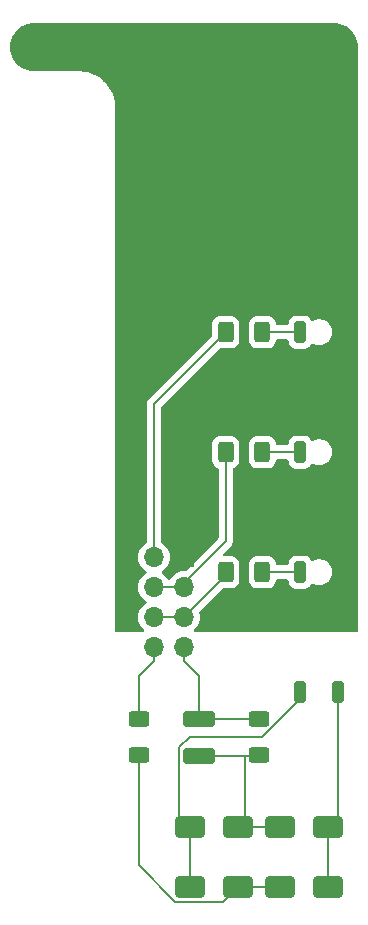
<source format=gbr>
%TF.GenerationSoftware,KiCad,Pcbnew,8.0.3-8.0.3-0~ubuntu22.04.1*%
%TF.CreationDate,2024-08-09T14:07:44+03:00*%
%TF.ProjectId,PM-PS-AC230-front,504d2d50-532d-4414-9332-33302d66726f,rev?*%
%TF.SameCoordinates,Original*%
%TF.FileFunction,Copper,L2,Bot*%
%TF.FilePolarity,Positive*%
%FSLAX46Y46*%
G04 Gerber Fmt 4.6, Leading zero omitted, Abs format (unit mm)*
G04 Created by KiCad (PCBNEW 8.0.3-8.0.3-0~ubuntu22.04.1) date 2024-08-09 14:07:44*
%MOMM*%
%LPD*%
G01*
G04 APERTURE LIST*
G04 Aperture macros list*
%AMRoundRect*
0 Rectangle with rounded corners*
0 $1 Rounding radius*
0 $2 $3 $4 $5 $6 $7 $8 $9 X,Y pos of 4 corners*
0 Add a 4 corners polygon primitive as box body*
4,1,4,$2,$3,$4,$5,$6,$7,$8,$9,$2,$3,0*
0 Add four circle primitives for the rounded corners*
1,1,$1+$1,$2,$3*
1,1,$1+$1,$4,$5*
1,1,$1+$1,$6,$7*
1,1,$1+$1,$8,$9*
0 Add four rect primitives between the rounded corners*
20,1,$1+$1,$2,$3,$4,$5,0*
20,1,$1+$1,$4,$5,$6,$7,0*
20,1,$1+$1,$6,$7,$8,$9,0*
20,1,$1+$1,$8,$9,$2,$3,0*%
G04 Aperture macros list end*
%TA.AperFunction,ComponentPad*%
%ADD10R,1.700000X1.700000*%
%TD*%
%TA.AperFunction,ComponentPad*%
%ADD11O,1.700000X1.700000*%
%TD*%
%TA.AperFunction,SMDPad,CuDef*%
%ADD12RoundRect,0.250000X-0.400000X-0.625000X0.400000X-0.625000X0.400000X0.625000X-0.400000X0.625000X0*%
%TD*%
%TA.AperFunction,SMDPad,CuDef*%
%ADD13RoundRect,0.250000X-0.625000X0.400000X-0.625000X-0.400000X0.625000X-0.400000X0.625000X0.400000X0*%
%TD*%
%TA.AperFunction,SMDPad,CuDef*%
%ADD14RoundRect,0.250000X1.000000X0.650000X-1.000000X0.650000X-1.000000X-0.650000X1.000000X-0.650000X0*%
%TD*%
%TA.AperFunction,SMDPad,CuDef*%
%ADD15RoundRect,0.190000X0.285000X0.710000X-0.285000X0.710000X-0.285000X-0.710000X0.285000X-0.710000X0*%
%TD*%
%TA.AperFunction,SMDPad,CuDef*%
%ADD16RoundRect,0.190000X-0.285000X-0.710000X0.285000X-0.710000X0.285000X0.710000X-0.285000X0.710000X0*%
%TD*%
%TA.AperFunction,SMDPad,CuDef*%
%ADD17RoundRect,0.250000X-1.100000X0.412500X-1.100000X-0.412500X1.100000X-0.412500X1.100000X0.412500X0*%
%TD*%
%TA.AperFunction,Conductor*%
%ADD18C,0.200000*%
%TD*%
G04 APERTURE END LIST*
D10*
%TO.P,J1,1,Pin_1*%
%TO.N,GND*%
X66040000Y-96520000D03*
D11*
%TO.P,J1,2,Pin_2*%
%TO.N,+24V*%
X63500000Y-96520000D03*
%TO.P,J1,3,Pin_3*%
%TO.N,+5V*%
X66040000Y-99060000D03*
%TO.P,J1,4,Pin_4*%
X63500000Y-99060000D03*
%TO.P,J1,5,Pin_5*%
%TO.N,+3.3V*%
X66040000Y-101600000D03*
%TO.P,J1,6,Pin_6*%
X63500000Y-101600000D03*
%TO.P,J1,7,Pin_7*%
%TO.N,230V*%
X66040000Y-104140000D03*
%TO.P,J1,8,Pin_8*%
%TO.N,N*%
X63500000Y-104140000D03*
%TD*%
D12*
%TO.P,R4,1*%
%TO.N,+5V*%
X69570000Y-87630000D03*
%TO.P,R4,2*%
%TO.N,Net-(D7-A)*%
X72670000Y-87630000D03*
%TD*%
D13*
%TO.P,R1,1*%
%TO.N,230V*%
X72390000Y-110210000D03*
%TO.P,R1,2*%
%TO.N,Net-(D1-K)*%
X72390000Y-113310000D03*
%TD*%
D14*
%TO.P,D1,1,K*%
%TO.N,Net-(D1-K)*%
X70580000Y-119380000D03*
%TO.P,D1,2,A*%
%TO.N,Net-(D1-A)*%
X66580000Y-119380000D03*
%TD*%
D15*
%TO.P,D5,1,K*%
%TO.N,GND*%
X79070000Y-97790000D03*
%TO.P,D5,2,A*%
%TO.N,Net-(D5-A)*%
X75870000Y-97790000D03*
%TD*%
%TO.P,D7,1,K*%
%TO.N,GND*%
X79070000Y-87630000D03*
%TO.P,D7,2,A*%
%TO.N,Net-(D7-A)*%
X75870000Y-87630000D03*
%TD*%
D14*
%TO.P,D3,1,K*%
%TO.N,Net-(D3-K)*%
X70580000Y-124460000D03*
%TO.P,D3,2,A*%
%TO.N,Net-(D1-A)*%
X66580000Y-124460000D03*
%TD*%
D12*
%TO.P,R5,1*%
%TO.N,+3.3V*%
X69570000Y-97790000D03*
%TO.P,R5,2*%
%TO.N,Net-(D5-A)*%
X72670000Y-97790000D03*
%TD*%
D14*
%TO.P,D4,1,K*%
%TO.N,Net-(D2-K)*%
X78200000Y-124460000D03*
%TO.P,D4,2,A*%
%TO.N,Net-(D3-K)*%
X74200000Y-124460000D03*
%TD*%
D13*
%TO.P,R2,1*%
%TO.N,N*%
X62230000Y-110210000D03*
%TO.P,R2,2*%
%TO.N,Net-(D3-K)*%
X62230000Y-113310000D03*
%TD*%
D16*
%TO.P,D8,1,K*%
%TO.N,Net-(D1-A)*%
X75870000Y-107950000D03*
%TO.P,D8,2,A*%
%TO.N,Net-(D2-K)*%
X79070000Y-107950000D03*
%TD*%
D12*
%TO.P,R3,1*%
%TO.N,+24V*%
X69570000Y-77470000D03*
%TO.P,R3,2*%
%TO.N,Net-(D6-A)*%
X72670000Y-77470000D03*
%TD*%
D14*
%TO.P,D2,1,K*%
%TO.N,Net-(D2-K)*%
X78200000Y-119380000D03*
%TO.P,D2,2,A*%
%TO.N,Net-(D1-K)*%
X74200000Y-119380000D03*
%TD*%
D17*
%TO.P,C1,1*%
%TO.N,230V*%
X67310000Y-110197500D03*
%TO.P,C1,2*%
%TO.N,Net-(D1-K)*%
X67310000Y-113322500D03*
%TD*%
D15*
%TO.P,D6,1,K*%
%TO.N,GND*%
X79070000Y-77470000D03*
%TO.P,D6,2,A*%
%TO.N,Net-(D6-A)*%
X75870000Y-77470000D03*
%TD*%
D18*
%TO.N,+3.3V*%
X69570000Y-98070000D02*
X69570000Y-97790000D01*
X66040000Y-101600000D02*
X69570000Y-98070000D01*
X63500000Y-101600000D02*
X66040000Y-101600000D01*
%TO.N,N*%
X63500000Y-105291700D02*
X62230000Y-106561700D01*
X63500000Y-104140000D02*
X63500000Y-105291700D01*
X62230000Y-106561700D02*
X62230000Y-110210000D01*
%TO.N,+5V*%
X66040000Y-99060000D02*
X66040000Y-98700100D01*
X69570000Y-95170100D02*
X69570000Y-87630000D01*
X66040000Y-98700100D02*
X69570000Y-95170100D01*
X63500000Y-99060000D02*
X66040000Y-99060000D01*
%TO.N,230V*%
X66040000Y-105291700D02*
X67310000Y-106561700D01*
X67310000Y-110197500D02*
X72377500Y-110197500D01*
X67310000Y-106561700D02*
X67310000Y-110197500D01*
X66040000Y-104140000D02*
X66040000Y-105291700D01*
X72377500Y-110197500D02*
X72390000Y-110210000D01*
%TO.N,+24V*%
X63500000Y-83540000D02*
X69570000Y-77470000D01*
X63500000Y-96520000D02*
X63500000Y-83540000D01*
%TO.N,Net-(D1-K)*%
X74200000Y-119380000D02*
X71163400Y-119380000D01*
X71163400Y-119380000D02*
X70580000Y-119380000D01*
X71163400Y-119380000D02*
X71163400Y-113322500D01*
X72377500Y-113322500D02*
X72390000Y-113310000D01*
X67310000Y-113322500D02*
X71163400Y-113322500D01*
X71163400Y-113322500D02*
X72377500Y-113322500D01*
%TO.N,Net-(D1-A)*%
X66580000Y-124460000D02*
X66580000Y-119380000D01*
X75870000Y-107950000D02*
X75870000Y-108549900D01*
X75870000Y-108549900D02*
X72659900Y-111760000D01*
X65654300Y-112620300D02*
X65654300Y-118454300D01*
X65654300Y-118454300D02*
X66580000Y-119380000D01*
X72659900Y-111760000D02*
X66514600Y-111760000D01*
X66514600Y-111760000D02*
X65654300Y-112620300D01*
%TO.N,Net-(D2-K)*%
X79070000Y-107950000D02*
X79070000Y-118510000D01*
X78200000Y-119380000D02*
X78200000Y-124460000D01*
X79070000Y-118510000D02*
X78200000Y-119380000D01*
%TO.N,Net-(D3-K)*%
X65302200Y-125696000D02*
X62230000Y-122623800D01*
X69344000Y-125696000D02*
X65302200Y-125696000D01*
X62230000Y-122623800D02*
X62230000Y-113310000D01*
X74200000Y-124460000D02*
X70580000Y-124460000D01*
X70580000Y-124460000D02*
X69344000Y-125696000D01*
%TO.N,Net-(D6-A)*%
X75870000Y-77470000D02*
X72670000Y-77470000D01*
%TO.N,Net-(D7-A)*%
X75870000Y-87630000D02*
X72670000Y-87630000D01*
%TO.N,Net-(D5-A)*%
X75870000Y-97790000D02*
X72670000Y-97790000D01*
%TD*%
%TA.AperFunction,Conductor*%
%TO.N,GND*%
G36*
X78744042Y-51300765D02*
G01*
X78766774Y-51302254D01*
X78998114Y-51317417D01*
X79014172Y-51319532D01*
X79259888Y-51368408D01*
X79275554Y-51372606D01*
X79426736Y-51423925D01*
X79512788Y-51453136D01*
X79527765Y-51459339D01*
X79745336Y-51566633D01*
X79752460Y-51570146D01*
X79766508Y-51578256D01*
X79974815Y-51717443D01*
X79987679Y-51727314D01*
X80176033Y-51892497D01*
X80187502Y-51903966D01*
X80352685Y-52092320D01*
X80362559Y-52105188D01*
X80501743Y-52313492D01*
X80509853Y-52327539D01*
X80620657Y-52552227D01*
X80626864Y-52567213D01*
X80707393Y-52804445D01*
X80711591Y-52820111D01*
X80760465Y-53065813D01*
X80762583Y-53081895D01*
X80778968Y-53331890D01*
X80779235Y-53335956D01*
X80779500Y-53344066D01*
X80779500Y-102746000D01*
X80759815Y-102813039D01*
X80707011Y-102858794D01*
X80655500Y-102870000D01*
X66974056Y-102870000D01*
X66907017Y-102850315D01*
X66861262Y-102797511D01*
X66851318Y-102728353D01*
X66880343Y-102664797D01*
X66902931Y-102644426D01*
X66904429Y-102643376D01*
X66911401Y-102638495D01*
X67078495Y-102471401D01*
X67214035Y-102277830D01*
X67313903Y-102063663D01*
X67375063Y-101835408D01*
X67395659Y-101600000D01*
X67375063Y-101364592D01*
X67340671Y-101236239D01*
X67342334Y-101166393D01*
X67372763Y-101116470D01*
X69287416Y-99201818D01*
X69348739Y-99168333D01*
X69375097Y-99165499D01*
X70020002Y-99165499D01*
X70020008Y-99165499D01*
X70122797Y-99154999D01*
X70289334Y-99099814D01*
X70438656Y-99007712D01*
X70562712Y-98883656D01*
X70654814Y-98734334D01*
X70709999Y-98567797D01*
X70720500Y-98465009D01*
X70720499Y-97114992D01*
X70720498Y-97114983D01*
X71519500Y-97114983D01*
X71519500Y-98465001D01*
X71519501Y-98465018D01*
X71530000Y-98567796D01*
X71530001Y-98567799D01*
X71567075Y-98679679D01*
X71585186Y-98734334D01*
X71677288Y-98883656D01*
X71801344Y-99007712D01*
X71950666Y-99099814D01*
X72117203Y-99154999D01*
X72219991Y-99165500D01*
X73120008Y-99165499D01*
X73120016Y-99165498D01*
X73120019Y-99165498D01*
X73176302Y-99159748D01*
X73222797Y-99154999D01*
X73389334Y-99099814D01*
X73538656Y-99007712D01*
X73662712Y-98883656D01*
X73754814Y-98734334D01*
X73809999Y-98567797D01*
X73815444Y-98514500D01*
X73816732Y-98501897D01*
X73843129Y-98437205D01*
X73900310Y-98397054D01*
X73940090Y-98390500D01*
X74770501Y-98390500D01*
X74837540Y-98410185D01*
X74883295Y-98462989D01*
X74894501Y-98514500D01*
X74894501Y-98555808D01*
X74900821Y-98625375D01*
X74900823Y-98625383D01*
X74950708Y-98785470D01*
X74950709Y-98785472D01*
X75037454Y-98928967D01*
X75037457Y-98928971D01*
X75156028Y-99047542D01*
X75156032Y-99047545D01*
X75242497Y-99099814D01*
X75299529Y-99134291D01*
X75459620Y-99184177D01*
X75529199Y-99190500D01*
X76210800Y-99190499D01*
X76210808Y-99190499D01*
X76280376Y-99184178D01*
X76280383Y-99184176D01*
X76316377Y-99172960D01*
X76440471Y-99134291D01*
X76583972Y-99047542D01*
X76702542Y-98928972D01*
X76779170Y-98802212D01*
X76830697Y-98755025D01*
X76899556Y-98743186D01*
X76941579Y-98755876D01*
X77047555Y-98809873D01*
X77212299Y-98863402D01*
X77383389Y-98890500D01*
X77383390Y-98890500D01*
X77556610Y-98890500D01*
X77556611Y-98890500D01*
X77727701Y-98863402D01*
X77892445Y-98809873D01*
X78046788Y-98731232D01*
X78186928Y-98629414D01*
X78309414Y-98506928D01*
X78411232Y-98366788D01*
X78489873Y-98212445D01*
X78543402Y-98047701D01*
X78570500Y-97876611D01*
X78570500Y-97703389D01*
X78543402Y-97532299D01*
X78489873Y-97367555D01*
X78411232Y-97213212D01*
X78309414Y-97073072D01*
X78186928Y-96950586D01*
X78046788Y-96848768D01*
X77892445Y-96770127D01*
X77727701Y-96716598D01*
X77727699Y-96716597D01*
X77727698Y-96716597D01*
X77596271Y-96695781D01*
X77556611Y-96689500D01*
X77383389Y-96689500D01*
X77343728Y-96695781D01*
X77212302Y-96716597D01*
X77212299Y-96716598D01*
X77092871Y-96755403D01*
X77047549Y-96770129D01*
X76941581Y-96824122D01*
X76872912Y-96837018D01*
X76808172Y-96810741D01*
X76779170Y-96777786D01*
X76702546Y-96651033D01*
X76702542Y-96651028D01*
X76583971Y-96532457D01*
X76583967Y-96532454D01*
X76440473Y-96445710D01*
X76440472Y-96445709D01*
X76440471Y-96445709D01*
X76280380Y-96395823D01*
X76280378Y-96395822D01*
X76280376Y-96395822D01*
X76231662Y-96391395D01*
X76210801Y-96389500D01*
X76210798Y-96389500D01*
X75529191Y-96389500D01*
X75459623Y-96395821D01*
X75459616Y-96395823D01*
X75299529Y-96445708D01*
X75299527Y-96445709D01*
X75156032Y-96532454D01*
X75156028Y-96532457D01*
X75037457Y-96651028D01*
X75037454Y-96651032D01*
X74950710Y-96794526D01*
X74900822Y-96954623D01*
X74894500Y-97024201D01*
X74894500Y-97065500D01*
X74874815Y-97132539D01*
X74822011Y-97178294D01*
X74770500Y-97189500D01*
X73940089Y-97189500D01*
X73873050Y-97169815D01*
X73827295Y-97117011D01*
X73816731Y-97078102D01*
X73814839Y-97059591D01*
X73809999Y-97012203D01*
X73754814Y-96845666D01*
X73662712Y-96696344D01*
X73538656Y-96572288D01*
X73389334Y-96480186D01*
X73222797Y-96425001D01*
X73222795Y-96425000D01*
X73120010Y-96414500D01*
X72219998Y-96414500D01*
X72219980Y-96414501D01*
X72117203Y-96425000D01*
X72117200Y-96425001D01*
X71950668Y-96480185D01*
X71950663Y-96480187D01*
X71801342Y-96572289D01*
X71677289Y-96696342D01*
X71585187Y-96845663D01*
X71585186Y-96845666D01*
X71530001Y-97012203D01*
X71530001Y-97012204D01*
X71530000Y-97012204D01*
X71519500Y-97114983D01*
X70720498Y-97114983D01*
X70709999Y-97012203D01*
X70654814Y-96845666D01*
X70562712Y-96696344D01*
X70438656Y-96572288D01*
X70289334Y-96480186D01*
X70122797Y-96425001D01*
X70122795Y-96425000D01*
X70020016Y-96414500D01*
X70020009Y-96414500D01*
X69474196Y-96414500D01*
X69407157Y-96394815D01*
X69361402Y-96342011D01*
X69351458Y-96272853D01*
X69380483Y-96209297D01*
X69386515Y-96202819D01*
X69532999Y-96056335D01*
X69938713Y-95650621D01*
X69938716Y-95650620D01*
X70050520Y-95538816D01*
X70100639Y-95452004D01*
X70129577Y-95401885D01*
X70170501Y-95249157D01*
X70170501Y-95091043D01*
X70170501Y-95083448D01*
X70170500Y-95083430D01*
X70170500Y-89068732D01*
X70190185Y-89001693D01*
X70242989Y-88955938D01*
X70255495Y-88951026D01*
X70289334Y-88939814D01*
X70438656Y-88847712D01*
X70562712Y-88723656D01*
X70654814Y-88574334D01*
X70709999Y-88407797D01*
X70720500Y-88305009D01*
X70720499Y-86954992D01*
X70720498Y-86954983D01*
X71519500Y-86954983D01*
X71519500Y-88305001D01*
X71519501Y-88305018D01*
X71530000Y-88407796D01*
X71530001Y-88407799D01*
X71567075Y-88519679D01*
X71585186Y-88574334D01*
X71677288Y-88723656D01*
X71801344Y-88847712D01*
X71950666Y-88939814D01*
X72117203Y-88994999D01*
X72219991Y-89005500D01*
X73120008Y-89005499D01*
X73120016Y-89005498D01*
X73120019Y-89005498D01*
X73176302Y-88999748D01*
X73222797Y-88994999D01*
X73389334Y-88939814D01*
X73538656Y-88847712D01*
X73662712Y-88723656D01*
X73754814Y-88574334D01*
X73809999Y-88407797D01*
X73815444Y-88354500D01*
X73816732Y-88341897D01*
X73843129Y-88277205D01*
X73900310Y-88237054D01*
X73940090Y-88230500D01*
X74770501Y-88230500D01*
X74837540Y-88250185D01*
X74883295Y-88302989D01*
X74894501Y-88354500D01*
X74894501Y-88395808D01*
X74900821Y-88465375D01*
X74900823Y-88465383D01*
X74950708Y-88625470D01*
X74950709Y-88625472D01*
X75037454Y-88768967D01*
X75037457Y-88768971D01*
X75156028Y-88887542D01*
X75156032Y-88887545D01*
X75242497Y-88939814D01*
X75299529Y-88974291D01*
X75459620Y-89024177D01*
X75529199Y-89030500D01*
X76210800Y-89030499D01*
X76210808Y-89030499D01*
X76280376Y-89024178D01*
X76280383Y-89024176D01*
X76374019Y-88994998D01*
X76440471Y-88974291D01*
X76583972Y-88887542D01*
X76702542Y-88768972D01*
X76779170Y-88642212D01*
X76830697Y-88595025D01*
X76899556Y-88583186D01*
X76941579Y-88595876D01*
X77047555Y-88649873D01*
X77212299Y-88703402D01*
X77383389Y-88730500D01*
X77383390Y-88730500D01*
X77556610Y-88730500D01*
X77556611Y-88730500D01*
X77727701Y-88703402D01*
X77892445Y-88649873D01*
X78046788Y-88571232D01*
X78186928Y-88469414D01*
X78309414Y-88346928D01*
X78411232Y-88206788D01*
X78489873Y-88052445D01*
X78543402Y-87887701D01*
X78570500Y-87716611D01*
X78570500Y-87543389D01*
X78543402Y-87372299D01*
X78489873Y-87207555D01*
X78411232Y-87053212D01*
X78309414Y-86913072D01*
X78186928Y-86790586D01*
X78046788Y-86688768D01*
X77892445Y-86610127D01*
X77727701Y-86556598D01*
X77727699Y-86556597D01*
X77727698Y-86556597D01*
X77596271Y-86535781D01*
X77556611Y-86529500D01*
X77383389Y-86529500D01*
X77343728Y-86535781D01*
X77212302Y-86556597D01*
X77047549Y-86610129D01*
X76941581Y-86664122D01*
X76872912Y-86677018D01*
X76808172Y-86650741D01*
X76779170Y-86617786D01*
X76702546Y-86491033D01*
X76702542Y-86491028D01*
X76583971Y-86372457D01*
X76583967Y-86372454D01*
X76440473Y-86285710D01*
X76440472Y-86285709D01*
X76440471Y-86285709D01*
X76280380Y-86235823D01*
X76280378Y-86235822D01*
X76280376Y-86235822D01*
X76231662Y-86231395D01*
X76210801Y-86229500D01*
X76210798Y-86229500D01*
X75529191Y-86229500D01*
X75459623Y-86235821D01*
X75459616Y-86235823D01*
X75299529Y-86285708D01*
X75299527Y-86285709D01*
X75156032Y-86372454D01*
X75156028Y-86372457D01*
X75037457Y-86491028D01*
X75037454Y-86491032D01*
X74950710Y-86634526D01*
X74900822Y-86794623D01*
X74894500Y-86864201D01*
X74894500Y-86905500D01*
X74874815Y-86972539D01*
X74822011Y-87018294D01*
X74770500Y-87029500D01*
X73940089Y-87029500D01*
X73873050Y-87009815D01*
X73827295Y-86957011D01*
X73816731Y-86918102D01*
X73814839Y-86899591D01*
X73809999Y-86852203D01*
X73754814Y-86685666D01*
X73662712Y-86536344D01*
X73538656Y-86412288D01*
X73389334Y-86320186D01*
X73222797Y-86265001D01*
X73222795Y-86265000D01*
X73120010Y-86254500D01*
X72219998Y-86254500D01*
X72219980Y-86254501D01*
X72117203Y-86265000D01*
X72117200Y-86265001D01*
X71950668Y-86320185D01*
X71950663Y-86320187D01*
X71801342Y-86412289D01*
X71677289Y-86536342D01*
X71585187Y-86685663D01*
X71585186Y-86685666D01*
X71530001Y-86852203D01*
X71530001Y-86852204D01*
X71530000Y-86852204D01*
X71519500Y-86954983D01*
X70720498Y-86954983D01*
X70709999Y-86852203D01*
X70654814Y-86685666D01*
X70562712Y-86536344D01*
X70438656Y-86412288D01*
X70289334Y-86320186D01*
X70122797Y-86265001D01*
X70122795Y-86265000D01*
X70020010Y-86254500D01*
X69119998Y-86254500D01*
X69119980Y-86254501D01*
X69017203Y-86265000D01*
X69017200Y-86265001D01*
X68850668Y-86320185D01*
X68850663Y-86320187D01*
X68701342Y-86412289D01*
X68577289Y-86536342D01*
X68485187Y-86685663D01*
X68485186Y-86685666D01*
X68430001Y-86852203D01*
X68430001Y-86852204D01*
X68430000Y-86852204D01*
X68419500Y-86954983D01*
X68419500Y-88305001D01*
X68419501Y-88305018D01*
X68430000Y-88407796D01*
X68430001Y-88407799D01*
X68467075Y-88519679D01*
X68485186Y-88574334D01*
X68577288Y-88723656D01*
X68701344Y-88847712D01*
X68850666Y-88939814D01*
X68884500Y-88951025D01*
X68941947Y-88990796D01*
X68968772Y-89055311D01*
X68969500Y-89068732D01*
X68969500Y-94870002D01*
X68949815Y-94937041D01*
X68933181Y-94957683D01*
X66215621Y-97675242D01*
X66154298Y-97708727D01*
X66117133Y-97711089D01*
X66040002Y-97704341D01*
X66039999Y-97704341D01*
X65804596Y-97724936D01*
X65804586Y-97724938D01*
X65576344Y-97786094D01*
X65576335Y-97786098D01*
X65362171Y-97885964D01*
X65362169Y-97885965D01*
X65168597Y-98021505D01*
X65001506Y-98188596D01*
X64871575Y-98374159D01*
X64816998Y-98417784D01*
X64747500Y-98424978D01*
X64685145Y-98393455D01*
X64668425Y-98374159D01*
X64538494Y-98188597D01*
X64371402Y-98021506D01*
X64371396Y-98021501D01*
X64185842Y-97891575D01*
X64142217Y-97836998D01*
X64135023Y-97767500D01*
X64166546Y-97705145D01*
X64185842Y-97688425D01*
X64208026Y-97672891D01*
X64371401Y-97558495D01*
X64538495Y-97391401D01*
X64674035Y-97197830D01*
X64773903Y-96983663D01*
X64835063Y-96755408D01*
X64855659Y-96520000D01*
X64835063Y-96284592D01*
X64773903Y-96056337D01*
X64674035Y-95842171D01*
X64547057Y-95660826D01*
X64538494Y-95648597D01*
X64371402Y-95481506D01*
X64371395Y-95481501D01*
X64177831Y-95345965D01*
X64177826Y-95345962D01*
X64172091Y-95343288D01*
X64119653Y-95297113D01*
X64100500Y-95230908D01*
X64100500Y-83840096D01*
X64120185Y-83773057D01*
X64136814Y-83752420D01*
X69009138Y-78880095D01*
X69070459Y-78846612D01*
X69109421Y-78844420D01*
X69119991Y-78845500D01*
X70020008Y-78845499D01*
X70020016Y-78845498D01*
X70020019Y-78845498D01*
X70076302Y-78839748D01*
X70122797Y-78834999D01*
X70289334Y-78779814D01*
X70438656Y-78687712D01*
X70562712Y-78563656D01*
X70654814Y-78414334D01*
X70709999Y-78247797D01*
X70720500Y-78145009D01*
X70720499Y-76794992D01*
X70720498Y-76794983D01*
X71519500Y-76794983D01*
X71519500Y-78145001D01*
X71519501Y-78145018D01*
X71530000Y-78247796D01*
X71530001Y-78247799D01*
X71567075Y-78359679D01*
X71585186Y-78414334D01*
X71677288Y-78563656D01*
X71801344Y-78687712D01*
X71950666Y-78779814D01*
X72117203Y-78834999D01*
X72219991Y-78845500D01*
X73120008Y-78845499D01*
X73120016Y-78845498D01*
X73120019Y-78845498D01*
X73176302Y-78839748D01*
X73222797Y-78834999D01*
X73389334Y-78779814D01*
X73538656Y-78687712D01*
X73662712Y-78563656D01*
X73754814Y-78414334D01*
X73809999Y-78247797D01*
X73815444Y-78194500D01*
X73816732Y-78181897D01*
X73843129Y-78117205D01*
X73900310Y-78077054D01*
X73940090Y-78070500D01*
X74770501Y-78070500D01*
X74837540Y-78090185D01*
X74883295Y-78142989D01*
X74894501Y-78194500D01*
X74894501Y-78235808D01*
X74900821Y-78305375D01*
X74900823Y-78305383D01*
X74950708Y-78465470D01*
X74950709Y-78465472D01*
X75037454Y-78608967D01*
X75037457Y-78608971D01*
X75156028Y-78727542D01*
X75156032Y-78727545D01*
X75242497Y-78779814D01*
X75299529Y-78814291D01*
X75459620Y-78864177D01*
X75529199Y-78870500D01*
X76210800Y-78870499D01*
X76210808Y-78870499D01*
X76280376Y-78864178D01*
X76280383Y-78864176D01*
X76340323Y-78845498D01*
X76440471Y-78814291D01*
X76583972Y-78727542D01*
X76702542Y-78608972D01*
X76779170Y-78482212D01*
X76830697Y-78435025D01*
X76899556Y-78423186D01*
X76941579Y-78435876D01*
X77047555Y-78489873D01*
X77212299Y-78543402D01*
X77383389Y-78570500D01*
X77383390Y-78570500D01*
X77556610Y-78570500D01*
X77556611Y-78570500D01*
X77727701Y-78543402D01*
X77892445Y-78489873D01*
X78046788Y-78411232D01*
X78186928Y-78309414D01*
X78309414Y-78186928D01*
X78411232Y-78046788D01*
X78489873Y-77892445D01*
X78543402Y-77727701D01*
X78570500Y-77556611D01*
X78570500Y-77383389D01*
X78543402Y-77212299D01*
X78489873Y-77047555D01*
X78411232Y-76893212D01*
X78309414Y-76753072D01*
X78186928Y-76630586D01*
X78046788Y-76528768D01*
X77892445Y-76450127D01*
X77727701Y-76396598D01*
X77727699Y-76396597D01*
X77727698Y-76396597D01*
X77596271Y-76375781D01*
X77556611Y-76369500D01*
X77383389Y-76369500D01*
X77343728Y-76375781D01*
X77212302Y-76396597D01*
X77047549Y-76450129D01*
X76941581Y-76504122D01*
X76872912Y-76517018D01*
X76808172Y-76490741D01*
X76779170Y-76457786D01*
X76702546Y-76331033D01*
X76702542Y-76331028D01*
X76583971Y-76212457D01*
X76583967Y-76212454D01*
X76440473Y-76125710D01*
X76440472Y-76125709D01*
X76440471Y-76125709D01*
X76280380Y-76075823D01*
X76280378Y-76075822D01*
X76280376Y-76075822D01*
X76231662Y-76071395D01*
X76210801Y-76069500D01*
X76210798Y-76069500D01*
X75529191Y-76069500D01*
X75459623Y-76075821D01*
X75459616Y-76075823D01*
X75299529Y-76125708D01*
X75299527Y-76125709D01*
X75156032Y-76212454D01*
X75156028Y-76212457D01*
X75037457Y-76331028D01*
X75037454Y-76331032D01*
X74950710Y-76474526D01*
X74900822Y-76634623D01*
X74894500Y-76704201D01*
X74894500Y-76745500D01*
X74874815Y-76812539D01*
X74822011Y-76858294D01*
X74770500Y-76869500D01*
X73940089Y-76869500D01*
X73873050Y-76849815D01*
X73827295Y-76797011D01*
X73816731Y-76758102D01*
X73814839Y-76739591D01*
X73809999Y-76692203D01*
X73754814Y-76525666D01*
X73662712Y-76376344D01*
X73538656Y-76252288D01*
X73389334Y-76160186D01*
X73222797Y-76105001D01*
X73222795Y-76105000D01*
X73120010Y-76094500D01*
X72219998Y-76094500D01*
X72219980Y-76094501D01*
X72117203Y-76105000D01*
X72117200Y-76105001D01*
X71950668Y-76160185D01*
X71950663Y-76160187D01*
X71801342Y-76252289D01*
X71677289Y-76376342D01*
X71585187Y-76525663D01*
X71585186Y-76525666D01*
X71530001Y-76692203D01*
X71530001Y-76692204D01*
X71530000Y-76692204D01*
X71519500Y-76794983D01*
X70720498Y-76794983D01*
X70709999Y-76692203D01*
X70654814Y-76525666D01*
X70562712Y-76376344D01*
X70438656Y-76252288D01*
X70289334Y-76160186D01*
X70122797Y-76105001D01*
X70122795Y-76105000D01*
X70020010Y-76094500D01*
X69119998Y-76094500D01*
X69119980Y-76094501D01*
X69017203Y-76105000D01*
X69017200Y-76105001D01*
X68850668Y-76160185D01*
X68850663Y-76160187D01*
X68701342Y-76252289D01*
X68577289Y-76376342D01*
X68485187Y-76525663D01*
X68485186Y-76525666D01*
X68430001Y-76692203D01*
X68430001Y-76692204D01*
X68430000Y-76692204D01*
X68419500Y-76794983D01*
X68419500Y-77719902D01*
X68399815Y-77786941D01*
X68383181Y-77807583D01*
X63019481Y-83171282D01*
X63019479Y-83171285D01*
X62969361Y-83258094D01*
X62969359Y-83258096D01*
X62940425Y-83308209D01*
X62940424Y-83308210D01*
X62940423Y-83308215D01*
X62899499Y-83460943D01*
X62899499Y-83460945D01*
X62899499Y-83629046D01*
X62899500Y-83629059D01*
X62899500Y-95230908D01*
X62879815Y-95297947D01*
X62827914Y-95343286D01*
X62822173Y-95345963D01*
X62822169Y-95345965D01*
X62628597Y-95481505D01*
X62461505Y-95648597D01*
X62325965Y-95842169D01*
X62325964Y-95842171D01*
X62226098Y-96056335D01*
X62226094Y-96056344D01*
X62164938Y-96284586D01*
X62164936Y-96284596D01*
X62144341Y-96519999D01*
X62144341Y-96520000D01*
X62164936Y-96755403D01*
X62164938Y-96755413D01*
X62226094Y-96983655D01*
X62226096Y-96983659D01*
X62226097Y-96983663D01*
X62295519Y-97132539D01*
X62325965Y-97197830D01*
X62325967Y-97197834D01*
X62461501Y-97391395D01*
X62461506Y-97391402D01*
X62628597Y-97558493D01*
X62628603Y-97558498D01*
X62814158Y-97688425D01*
X62857783Y-97743002D01*
X62864977Y-97812500D01*
X62833454Y-97874855D01*
X62814158Y-97891575D01*
X62628597Y-98021505D01*
X62461505Y-98188597D01*
X62325965Y-98382169D01*
X62325964Y-98382171D01*
X62226098Y-98596335D01*
X62226094Y-98596344D01*
X62164938Y-98824586D01*
X62164936Y-98824596D01*
X62144341Y-99059999D01*
X62144341Y-99060000D01*
X62164936Y-99295403D01*
X62164938Y-99295413D01*
X62226094Y-99523655D01*
X62226096Y-99523659D01*
X62226097Y-99523663D01*
X62306004Y-99695023D01*
X62325965Y-99737830D01*
X62325967Y-99737834D01*
X62434281Y-99892521D01*
X62461501Y-99931396D01*
X62461506Y-99931402D01*
X62628597Y-100098493D01*
X62628603Y-100098498D01*
X62814158Y-100228425D01*
X62857783Y-100283002D01*
X62864977Y-100352500D01*
X62833454Y-100414855D01*
X62814158Y-100431575D01*
X62628597Y-100561505D01*
X62461505Y-100728597D01*
X62325965Y-100922169D01*
X62325964Y-100922171D01*
X62226098Y-101136335D01*
X62226094Y-101136344D01*
X62164938Y-101364586D01*
X62164936Y-101364596D01*
X62144341Y-101599999D01*
X62144341Y-101600000D01*
X62164936Y-101835403D01*
X62164938Y-101835413D01*
X62226094Y-102063655D01*
X62226096Y-102063659D01*
X62226097Y-102063663D01*
X62306004Y-102235023D01*
X62325965Y-102277830D01*
X62325967Y-102277834D01*
X62434281Y-102432521D01*
X62461505Y-102471401D01*
X62628599Y-102638495D01*
X62633923Y-102642223D01*
X62637069Y-102644426D01*
X62680693Y-102699003D01*
X62687885Y-102768502D01*
X62656362Y-102830856D01*
X62596132Y-102866269D01*
X62565944Y-102870000D01*
X60314500Y-102870000D01*
X60247461Y-102850315D01*
X60201706Y-102797511D01*
X60190500Y-102746000D01*
X60190500Y-58260657D01*
X60179268Y-58153792D01*
X60157188Y-57943708D01*
X60090928Y-57631981D01*
X59992447Y-57328887D01*
X59862824Y-57037747D01*
X59703479Y-56761753D01*
X59703479Y-56761752D01*
X59516148Y-56503916D01*
X59404275Y-56379670D01*
X59302909Y-56267091D01*
X59201541Y-56175819D01*
X59066083Y-56053851D01*
X59064669Y-56052824D01*
X58845350Y-55893478D01*
X58808246Y-55866520D01*
X58532262Y-55707181D01*
X58532257Y-55707178D01*
X58532253Y-55707176D01*
X58241113Y-55577553D01*
X58241108Y-55577551D01*
X58241105Y-55577550D01*
X58067710Y-55521211D01*
X57938019Y-55479072D01*
X57938016Y-55479071D01*
X57938015Y-55479071D01*
X57938014Y-55479070D01*
X57669245Y-55421942D01*
X57626295Y-55412812D01*
X57490458Y-55398535D01*
X57309346Y-55379500D01*
X57309342Y-55379500D01*
X53344067Y-55379500D01*
X53335957Y-55379235D01*
X53081895Y-55362583D01*
X53065814Y-55360465D01*
X53030770Y-55353494D01*
X52820111Y-55311591D01*
X52804445Y-55307393D01*
X52567213Y-55226864D01*
X52552227Y-55220657D01*
X52327539Y-55109853D01*
X52313492Y-55101743D01*
X52105188Y-54962559D01*
X52092320Y-54952685D01*
X51903966Y-54787502D01*
X51892497Y-54776033D01*
X51727314Y-54587679D01*
X51717440Y-54574811D01*
X51578256Y-54366507D01*
X51570146Y-54352460D01*
X51459464Y-54128019D01*
X51459339Y-54127765D01*
X51453135Y-54112786D01*
X51372606Y-53875554D01*
X51368408Y-53859888D01*
X51359736Y-53816292D01*
X51319532Y-53614172D01*
X51317417Y-53598116D01*
X51301031Y-53348101D01*
X51301031Y-53331898D01*
X51317417Y-53081881D01*
X51319531Y-53065829D01*
X51368409Y-52820107D01*
X51372606Y-52804445D01*
X51396197Y-52734945D01*
X51453138Y-52567205D01*
X51459336Y-52552239D01*
X51570149Y-52327533D01*
X51578252Y-52313498D01*
X51717448Y-52105176D01*
X51727305Y-52092331D01*
X51892502Y-51903960D01*
X51903960Y-51892502D01*
X52092331Y-51727305D01*
X52105176Y-51717448D01*
X52313498Y-51578252D01*
X52327533Y-51570149D01*
X52552239Y-51459336D01*
X52567205Y-51453138D01*
X52734945Y-51396197D01*
X52804445Y-51372606D01*
X52820107Y-51368409D01*
X53065829Y-51319531D01*
X53081883Y-51317417D01*
X53314848Y-51302148D01*
X53335958Y-51300765D01*
X53344067Y-51300500D01*
X53405892Y-51300500D01*
X78674108Y-51300500D01*
X78735933Y-51300500D01*
X78744042Y-51300765D01*
G37*
%TD.AperFunction*%
%TD*%
M02*

</source>
